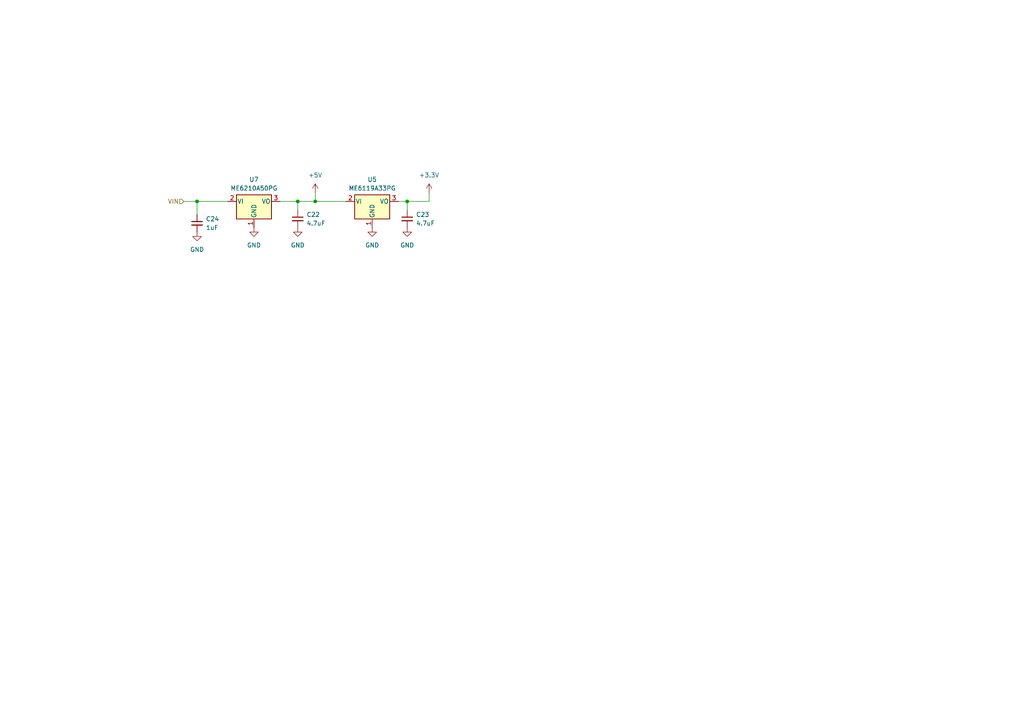
<source format=kicad_sch>
(kicad_sch (version 20231120) (generator "eeschema") (generator_version "8.0")
  (paper "A4")
  (lib_symbols
    (symbol "Device:C_Small" (pin_numbers hide) (pin_names (offset 0.254) hide)
      (property "Reference" "C" (at 0.254 1.778 0))
      (property "Value" "C_Small" (at 0.254 -2.032 0))
      (symbol "C_Small_0_1"
        (polyline (pts (xy -1.524 -0.508) (xy 1.524 -0.508)) (stroke (width 0.3302)))
        (polyline (pts (xy -1.524 0.508) (xy 1.524 0.508)) (stroke (width 0.3048)))
      )
      (symbol "C_Small_1_1"
        (pin passive line (at 0 2.54 270) (length 2.032) (name "~") (number "1"))
        (pin passive line (at 0 -2.54 90) (length 2.032) (name "~") (number "2"))
      )
    )
    (symbol "Regulator_Linear:MCP1700x-250xxMB" (pin_names (offset 0.254))
      (property "Reference" "U" (at -3.81 3.175 0))
      (property "Value" "MCP1700x-250xxMB" (at 0 3.175 0))
      (symbol "MCP1700x-250xxMB_0_1"
        (rectangle (start -5.08 -5.08) (end 5.08 1.905) (stroke (width 0.254)) (fill (type background)))
      )
      (symbol "MCP1700x-250xxMB_1_1"
        (pin power_in line (at 0 -7.62 90) (length 2.54) (name "GND") (number "1"))
        (pin power_in line (at -7.62 0 0) (length 2.54) (name "VI") (number "2"))
        (pin power_out line (at 7.62 0 180) (length 2.54) (name "VO") (number "3"))
      )
    )
    (symbol "Regulator_Linear:MCP1700x-330xxMB" (pin_names (offset 0.254))
      (property "Reference" "U" (at -3.81 3.175 0))
      (property "Value" "MCP1700x-330xxMB" (at 0 3.175 0))
      (symbol "MCP1700x-330xxMB_0_1"
        (rectangle (start -5.08 -5.08) (end 5.08 1.905) (stroke (width 0.254)) (fill (type background)))
      )
      (symbol "MCP1700x-330xxMB_1_1"
        (pin power_in line (at 0 -7.62 90) (length 2.54) (name "GND") (number "1"))
        (pin power_in line (at -7.62 0 0) (length 2.54) (name "VI") (number "2"))
        (pin power_out line (at 7.62 0 180) (length 2.54) (name "VO") (number "3"))
      )
    )
    (symbol "power:+3.3V" (power) (pin_names (offset 0))
      (property "Value" "+3.3V" (at 0 3.556 0))
      (symbol "+3.3V_0_1"
        (polyline (pts (xy -0.762 1.27) (xy 0 2.54)))
        (polyline (pts (xy 0 0) (xy 0 2.54)))
        (polyline (pts (xy 0 2.54) (xy 0.762 1.27)))
      )
      (symbol "+3.3V_1_1"
        (pin power_in line (at 0 0 90) (length 0) hide (name "+3.3V") (number "1"))
      )
    )
    (symbol "power:+5V" (power) (pin_names (offset 0))
      (property "Value" "+5V" (at 0 3.556 0))
      (symbol "+5V_0_1"
        (polyline (pts (xy -0.762 1.27) (xy 0 2.54)))
        (polyline (pts (xy 0 0) (xy 0 2.54)))
        (polyline (pts (xy 0 2.54) (xy 0.762 1.27)))
      )
      (symbol "+5V_1_1"
        (pin power_in line (at 0 0 90) (length 0) hide (name "+5V") (number "1"))
      )
    )
    (symbol "power:GND" (power) (pin_names (offset 0))
      (property "Value" "GND" (at 0 -3.81 0))
      (symbol "GND_0_1"
        (polyline (pts (xy 0 0) (xy 0 -1.27) (xy 1.27 -1.27) (xy 0 -2.54) (xy -1.27 -1.27) (xy 0 -1.27)))
      )
      (symbol "GND_1_1"
        (pin power_in line (at 0 0 270) (length 0) hide (name "GND") (number "1"))
      )
    )
  )
  (junction (at 91.44 58.42))
  (junction (at 57.15 58.42))
  (junction (at 86.36 58.42))
  (junction (at 118.11 58.42))
  (wire (pts (xy 57.15 58.42) (xy 66.04 58.42)))
  (wire (pts (xy 86.36 58.42) (xy 91.44 58.42)))
  (wire (pts (xy 118.11 58.42) (xy 115.57 58.42)))
  (wire (pts (xy 53.34 58.42) (xy 57.15 58.42)))
  (wire (pts (xy 124.46 58.42) (xy 124.46 55.88)))
  (wire (pts (xy 86.36 58.42) (xy 86.36 60.96)))
  (wire (pts (xy 118.11 58.42) (xy 124.46 58.42)))
  (wire (pts (xy 91.44 55.88) (xy 91.44 58.42)))
  (wire (pts (xy 118.11 60.96) (xy 118.11 58.42)))
  (wire (pts (xy 81.28 58.42) (xy 86.36 58.42)))
  (wire (pts (xy 57.15 58.42) (xy 57.15 62.23)))
  (wire (pts (xy 91.44 58.42) (xy 100.33 58.42)))
  (hierarchical_label "VIN" (shape input) (at 53.34 58.42 180))
  (symbol (lib_id "Device:C_Small") (at 118.11 63.5 0) (unit 1)
    (property "Reference" "C23" (at 120.65 62.2362 0) (effects (justify left)))
    (property "Value" "4.7uF" (at 120.65 64.7762 0) (effects (justify left)))
    (property "Footprint" "Capacitor_SMD:C_0603_1608Metric" (effects (hide yes)))
    (property "Description" "Unpolarized capacitor, small symbol" (effects (hide yes)))
  )
  (symbol (lib_id "power:GND") (at 118.11 66.04 0) (unit 1)
    (property "Reference" "#PWR045" (effects (hide yes)))
    (property "Value" "GND" (at 118.11 71.12 0))
    (property "Description" "Power symbol creates a global label with name \"GND\" , ground" (effects (hide yes)))
  )
  (symbol (lib_id "Regulator_Linear:MCP1700x-250xxMB") (at 73.66 58.42 0) (unit 1)
    (property "Reference" "U7" (at 73.66 52.07 0))
    (property "Value" "ME6210A50PG" (at 73.66 54.61 0))
    (property "Footprint" "Package_TO_SOT_SMD:SOT-89-3" (effects (hide yes)))
    (property "Datasheet" "http://ww1.microchip.com/downloads/en/DeviceDoc/20001826D.pdf" (effects (hide yes)))
    (property "Description" "250mA Low Quiscent Current LDO, 2.5V output, SOT-89" (effects (hide yes)))
  )
  (symbol (lib_id "Device:C_Small") (at 86.36 63.5 0) (unit 1)
    (property "Reference" "C22" (at 88.9 62.2362 0) (effects (justify left)))
    (property "Value" "4.7uF" (at 88.9 64.7762 0) (effects (justify left)))
    (property "Footprint" "Capacitor_SMD:C_0603_1608Metric" (effects (hide yes)))
    (property "Description" "Unpolarized capacitor, small symbol" (effects (hide yes)))
  )
  (symbol (lib_id "power:GND") (at 73.66 66.04 0) (unit 1)
    (property "Reference" "#PWR042" (effects (hide yes)))
    (property "Value" "GND" (at 73.66 71.12 0))
    (property "Description" "Power symbol creates a global label with name \"GND\" , ground" (effects (hide yes)))
  )
  (symbol (lib_id "power:GND") (at 107.95 66.04 0) (unit 1)
    (property "Reference" "#PWR043" (effects (hide yes)))
    (property "Value" "GND" (at 107.95 71.12 0))
    (property "Description" "Power symbol creates a global label with name \"GND\" , ground" (effects (hide yes)))
  )
  (symbol (lib_id "Device:C_Small") (at 57.15 64.77 0) (unit 1)
    (property "Reference" "C24" (at 59.69 63.5062 0) (effects (justify left)))
    (property "Value" "1uF" (at 59.69 66.0462 0) (effects (justify left)))
    (property "Footprint" "Capacitor_SMD:C_0603_1608Metric" (effects (hide yes)))
    (property "Description" "Unpolarized capacitor, small symbol" (effects (hide yes)))
  )
  (symbol (lib_id "power:GND") (at 57.15 67.31 0) (unit 1)
    (property "Reference" "#PWR053" (effects (hide yes)))
    (property "Value" "GND" (at 57.15 72.39 0))
    (property "Description" "Power symbol creates a global label with name \"GND\" , ground" (effects (hide yes)))
  )
  (symbol (lib_id "power:+5V") (at 91.44 55.88 0) (unit 1)
    (property "Reference" "#PWR046" (effects (hide yes)))
    (property "Value" "+5V" (at 91.44 50.8 0))
    (property "Description" "Power symbol creates a global label with name \"+5V\"" (effects (hide yes)))
  )
  (symbol (lib_id "Regulator_Linear:MCP1700x-330xxMB") (at 107.95 58.42 0) (unit 1)
    (property "Reference" "U5" (at 107.95 52.07 0))
    (property "Value" "ME6119A33PG" (at 107.95 54.61 0))
    (property "Footprint" "Package_TO_SOT_SMD:SOT-89-3" (effects (hide yes)))
    (property "Datasheet" "http://ww1.microchip.com/downloads/en/DeviceDoc/20001826D.pdf" (effects (hide yes)))
    (property "Description" "250mA Low Quiscent Current LDO, 3.3V output, SOT-89" (effects (hide yes)))
  )
  (symbol (lib_id "power:GND") (at 86.36 66.04 0) (unit 1)
    (property "Reference" "#PWR044" (effects (hide yes)))
    (property "Value" "GND" (at 86.36 71.12 0))
    (property "Description" "Power symbol creates a global label with name \"GND\" , ground" (effects (hide yes)))
  )
  (symbol (lib_id "power:+3.3V") (at 124.46 55.88 0) (unit 1)
    (property "Reference" "#PWR047" (effects (hide yes)))
    (property "Value" "+3.3V" (at 124.46 50.8 0))
    (property "Description" "Power symbol creates a global label with name \"+3.3V\"" (effects (hide yes)))
  )
)
</source>
